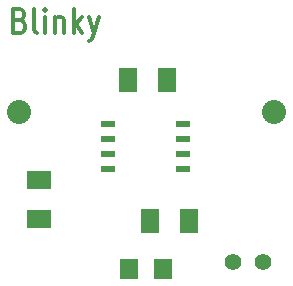
<source format=gts>
G04 (created by PCBNEW (2013-08-23 BZR 4296)-product) date 10/8/2013 12:25:44 PM*
%MOIN*%
G04 Gerber Fmt 3.4, Leading zero omitted, Abs format*
%FSLAX34Y34*%
G01*
G70*
G90*
G04 APERTURE LIST*
%ADD10C,0.005906*%
%ADD11C,0.011811*%
%ADD12R,0.060000X0.080000*%
%ADD13R,0.062900X0.070900*%
%ADD14R,0.080000X0.060000*%
%ADD15R,0.045000X0.020000*%
%ADD16C,0.055000*%
%ADD17C,0.080000*%
G04 APERTURE END LIST*
G54D10*
G54D11*
X41323Y-39882D02*
X41423Y-39920D01*
X41456Y-39959D01*
X41490Y-40035D01*
X41490Y-40149D01*
X41456Y-40225D01*
X41423Y-40263D01*
X41356Y-40301D01*
X41090Y-40301D01*
X41090Y-39501D01*
X41323Y-39501D01*
X41390Y-39540D01*
X41423Y-39578D01*
X41456Y-39654D01*
X41456Y-39730D01*
X41423Y-39806D01*
X41390Y-39844D01*
X41323Y-39882D01*
X41090Y-39882D01*
X41890Y-40301D02*
X41823Y-40263D01*
X41790Y-40187D01*
X41790Y-39501D01*
X42156Y-40301D02*
X42156Y-39768D01*
X42156Y-39501D02*
X42123Y-39540D01*
X42156Y-39578D01*
X42190Y-39540D01*
X42156Y-39501D01*
X42156Y-39578D01*
X42490Y-39768D02*
X42490Y-40301D01*
X42490Y-39844D02*
X42523Y-39806D01*
X42590Y-39768D01*
X42690Y-39768D01*
X42756Y-39806D01*
X42790Y-39882D01*
X42790Y-40301D01*
X43123Y-40301D02*
X43123Y-39501D01*
X43190Y-39997D02*
X43390Y-40301D01*
X43390Y-39768D02*
X43123Y-40073D01*
X43623Y-39768D02*
X43790Y-40301D01*
X43956Y-39768D02*
X43790Y-40301D01*
X43723Y-40492D01*
X43690Y-40530D01*
X43623Y-40568D01*
G54D12*
X45670Y-46575D03*
X46970Y-46575D03*
G54D13*
X44981Y-48160D03*
X46099Y-48160D03*
G54D12*
X46235Y-41890D03*
X44935Y-41890D03*
G54D14*
X41970Y-45205D03*
X41970Y-46505D03*
G54D15*
X46785Y-43350D03*
X46785Y-43850D03*
X46785Y-44350D03*
X46785Y-44850D03*
X44285Y-44850D03*
X44285Y-44350D03*
X44285Y-43850D03*
X44285Y-43350D03*
G54D16*
X49430Y-47940D03*
X48430Y-47940D03*
G54D17*
X49805Y-42945D03*
X41305Y-42945D03*
M02*

</source>
